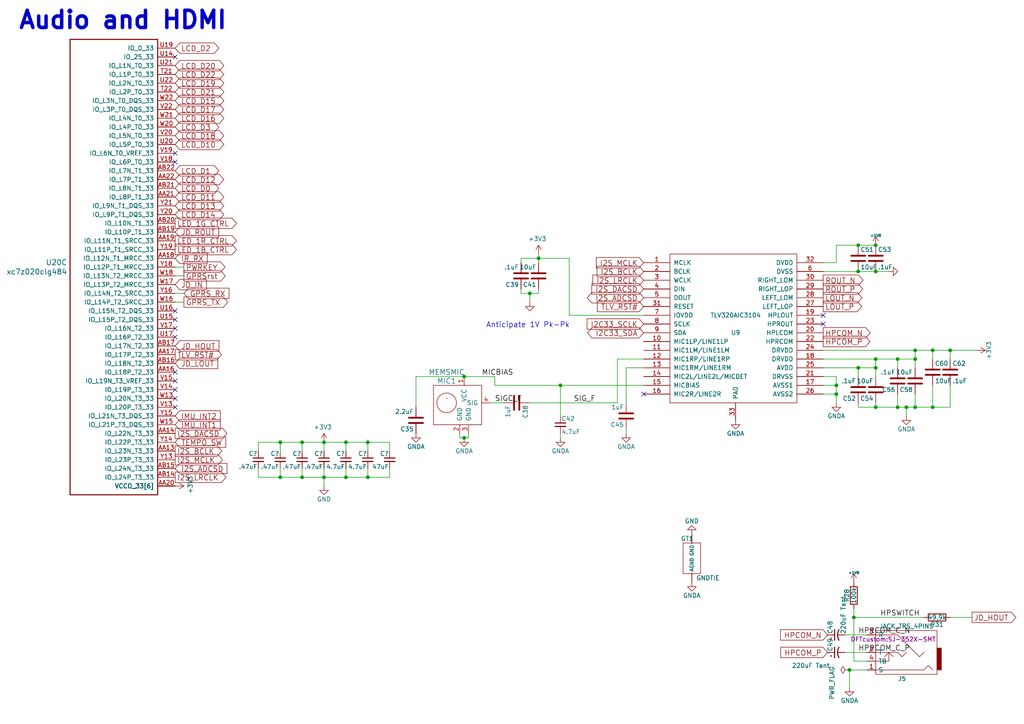
<source format=kicad_sch>
(kicad_sch (version 20230121) (generator eeschema)
  (paper "A4")
  (junction (at 265.43 104.14))
  (junction (at 93.98 138.43))
  (junction (at 134.62 109.22))
  (junction (at 248.92 71.12))
  (junction (at 106.68 128.27))
  (junction (at 248.92 106.68))
  (junction (at 260.35 118.11))
  (junction (at 248.92 78.74))
  (junction (at 254 106.68))
  (junction (at 81.28 138.43))
  (junction (at 265.43 118.11))
  (junction (at 242.57 111.76))
  (junction (at 87.63 128.27))
  (junction (at 106.68 138.43))
  (junction (at 81.28 128.27))
  (junction (at 100.33 128.27))
  (junction (at 254 71.12))
  (junction (at 254 104.14))
  (junction (at 254 78.74))
  (junction (at 87.63 138.43))
  (junction (at 262.89 118.11))
  (junction (at 247.65 179.07))
  (junction (at 270.51 101.6))
  (junction (at 275.59 101.6))
  (junction (at 265.43 101.6))
  (junction (at 260.35 104.14))
  (junction (at 270.51 118.11))
  (junction (at 134.62 127))
  (junction (at 246.38 194.31))
  (junction (at 93.98 128.27))
  (junction (at 242.57 114.3))
  (junction (at 162.56 111.76))
  (junction (at 156.21 74.93))
  (junction (at 254 118.11))
  (junction (at 153.67 85.09))
  (junction (at 100.33 138.43))
  (no_connect (at 50.8 92.71))
  (no_connect (at 50.8 46.99))
  (no_connect (at 238.76 93.98))
  (no_connect (at 50.8 115.57))
  (no_connect (at 50.8 110.49))
  (no_connect (at 50.8 16.51))
  (no_connect (at 50.8 90.17))
  (no_connect (at 238.76 91.44))
  (no_connect (at 50.8 113.03))
  (no_connect (at 50.8 107.95))
  (no_connect (at 50.8 118.11))
  (no_connect (at 186.69 114.3))
  (no_connect (at 50.8 95.25))
  (no_connect (at 50.8 44.45))
  (no_connect (at 50.8 97.79))
  (wire (pts (xy 134.62 127) (xy 135.89 127)))
  (wire (pts (xy 242.57 71.12) (xy 248.92 71.12)))
  (wire (pts (xy 74.93 128.27) (xy 74.93 130.81)))
  (wire (pts (xy 53.34 77.47) (xy 50.8 77.47)))
  (wire (pts (xy 186.69 91.44) (xy 165.1 91.44)))
  (wire (pts (xy 156.21 73.66) (xy 156.21 74.93)))
  (wire (pts (xy 265.43 118.11) (xy 270.51 118.11)))
  (wire (pts (xy 254 104.14) (xy 260.35 104.14)))
  (wire (pts (xy 265.43 101.6) (xy 270.51 101.6)))
  (wire (pts (xy 179.07 104.14) (xy 179.07 116.84)))
  (wire (pts (xy 275.59 101.6) (xy 283.21 101.6)))
  (wire (pts (xy 275.59 118.11) (xy 275.59 111.76)))
  (wire (pts (xy 162.56 111.76) (xy 162.56 120.65)))
  (wire (pts (xy 265.43 101.6) (xy 265.43 104.14)))
  (wire (pts (xy 254 118.11) (xy 260.35 118.11)))
  (wire (pts (xy 81.28 135.89) (xy 81.28 138.43)))
  (wire (pts (xy 113.03 138.43) (xy 106.68 138.43)))
  (wire (pts (xy 93.98 128.27) (xy 87.63 128.27)))
  (wire (pts (xy 100.33 138.43) (xy 93.98 138.43)))
  (wire (pts (xy 265.43 104.14) (xy 265.43 106.68)))
  (wire (pts (xy 270.51 111.76) (xy 270.51 118.11)))
  (wire (pts (xy 181.61 124.46) (xy 181.61 125.73)))
  (wire (pts (xy 106.68 138.43) (xy 100.33 138.43)))
  (wire (pts (xy 260.35 114.3) (xy 260.35 118.11)))
  (wire (pts (xy 238.76 106.68) (xy 248.92 106.68)))
  (wire (pts (xy 81.28 130.81) (xy 81.28 128.27)))
  (wire (pts (xy 143.51 111.76) (xy 143.51 109.22)))
  (wire (pts (xy 260.35 104.14) (xy 260.35 106.68)))
  (wire (pts (xy 238.76 78.74) (xy 248.92 78.74)))
  (wire (pts (xy 162.56 111.76) (xy 186.69 111.76)))
  (wire (pts (xy 93.98 128.27) (xy 93.98 130.81)))
  (wire (pts (xy 248.92 106.68) (xy 248.92 109.22)))
  (wire (pts (xy 87.63 138.43) (xy 81.28 138.43)))
  (wire (pts (xy 270.51 101.6) (xy 270.51 104.14)))
  (wire (pts (xy 134.62 109.22) (xy 120.65 109.22)))
  (wire (pts (xy 246.38 194.31) (xy 246.38 199.39)))
  (wire (pts (xy 179.07 104.14) (xy 186.69 104.14)))
  (wire (pts (xy 246.38 194.31) (xy 251.46 194.31)))
  (wire (pts (xy 270.51 101.6) (xy 275.59 101.6)))
  (wire (pts (xy 156.21 74.93) (xy 165.1 74.93)))
  (wire (pts (xy 247.65 191.77) (xy 251.46 191.77)))
  (wire (pts (xy 162.56 125.73) (xy 162.56 127)))
  (wire (pts (xy 133.35 125.73) (xy 133.35 127)))
  (wire (pts (xy 100.33 128.27) (xy 93.98 128.27)))
  (wire (pts (xy 260.35 104.14) (xy 265.43 104.14)))
  (wire (pts (xy 53.34 80.01) (xy 50.8 80.01)))
  (wire (pts (xy 262.89 118.11) (xy 265.43 118.11)))
  (wire (pts (xy 142.24 116.84) (xy 146.05 116.84)))
  (wire (pts (xy 87.63 128.27) (xy 81.28 128.27)))
  (wire (pts (xy 93.98 138.43) (xy 87.63 138.43)))
  (wire (pts (xy 254 118.11) (xy 254 116.84)))
  (wire (pts (xy 113.03 128.27) (xy 106.68 128.27)))
  (wire (pts (xy 186.69 106.68) (xy 181.61 106.68)))
  (wire (pts (xy 248.92 78.74) (xy 254 78.74)))
  (wire (pts (xy 254 78.74) (xy 257.81 78.74)))
  (wire (pts (xy 151.13 85.09) (xy 153.67 85.09)))
  (wire (pts (xy 106.68 128.27) (xy 106.68 130.81)))
  (wire (pts (xy 143.51 109.22) (xy 134.62 109.22)))
  (wire (pts (xy 156.21 85.09) (xy 156.21 83.82)))
  (wire (pts (xy 245.11 184.15) (xy 251.46 184.15)))
  (wire (pts (xy 238.76 76.2) (xy 242.57 76.2)))
  (wire (pts (xy 242.57 76.2) (xy 242.57 71.12)))
  (wire (pts (xy 100.33 135.89) (xy 100.33 138.43)))
  (wire (pts (xy 151.13 83.82) (xy 151.13 85.09)))
  (wire (pts (xy 247.65 179.07) (xy 247.65 191.77)))
  (wire (pts (xy 238.76 111.76) (xy 242.57 111.76)))
  (wire (pts (xy 74.93 138.43) (xy 74.93 135.89)))
  (wire (pts (xy 133.35 127) (xy 134.62 127)))
  (wire (pts (xy 247.65 176.53) (xy 247.65 179.07)))
  (wire (pts (xy 248.92 106.68) (xy 254 106.68)))
  (wire (pts (xy 151.13 76.2) (xy 151.13 74.93)))
  (wire (pts (xy 113.03 130.81) (xy 113.03 128.27)))
  (wire (pts (xy 248.92 118.11) (xy 254 118.11)))
  (wire (pts (xy 260.35 118.11) (xy 262.89 118.11)))
  (wire (pts (xy 254 106.68) (xy 254 109.22)))
  (wire (pts (xy 165.1 91.44) (xy 165.1 74.93)))
  (wire (pts (xy 53.34 87.63) (xy 50.8 87.63)))
  (wire (pts (xy 238.76 101.6) (xy 265.43 101.6)))
  (wire (pts (xy 242.57 111.76) (xy 242.57 114.3)))
  (wire (pts (xy 265.43 114.3) (xy 265.43 118.11)))
  (wire (pts (xy 113.03 138.43) (xy 113.03 135.89)))
  (wire (pts (xy 81.28 128.27) (xy 74.93 128.27)))
  (wire (pts (xy 270.51 118.11) (xy 275.59 118.11)))
  (wire (pts (xy 242.57 114.3) (xy 242.57 116.84)))
  (wire (pts (xy 81.28 138.43) (xy 74.93 138.43)))
  (wire (pts (xy 93.98 138.43) (xy 93.98 140.97)))
  (wire (pts (xy 106.68 135.89) (xy 106.68 138.43)))
  (wire (pts (xy 87.63 135.89) (xy 87.63 138.43)))
  (wire (pts (xy 275.59 179.07) (xy 281.94 179.07)))
  (wire (pts (xy 247.65 179.07) (xy 267.97 179.07)))
  (wire (pts (xy 179.07 116.84) (xy 153.67 116.84)))
  (wire (pts (xy 238.76 109.22) (xy 242.57 109.22)))
  (wire (pts (xy 93.98 135.89) (xy 93.98 138.43)))
  (wire (pts (xy 242.57 109.22) (xy 242.57 111.76)))
  (wire (pts (xy 238.76 114.3) (xy 242.57 114.3)))
  (wire (pts (xy 135.89 127) (xy 135.89 125.73)))
  (wire (pts (xy 153.67 85.09) (xy 156.21 85.09)))
  (wire (pts (xy 238.76 104.14) (xy 254 104.14)))
  (wire (pts (xy 87.63 128.27) (xy 87.63 130.81)))
  (wire (pts (xy 254 104.14) (xy 254 106.68)))
  (wire (pts (xy 153.67 87.63) (xy 153.67 85.09)))
  (wire (pts (xy 181.61 106.68) (xy 181.61 116.84)))
  (wire (pts (xy 248.92 118.11) (xy 248.92 116.84)))
  (wire (pts (xy 262.89 118.11) (xy 262.89 120.65)))
  (wire (pts (xy 143.51 111.76) (xy 162.56 111.76)))
  (wire (pts (xy 100.33 128.27) (xy 100.33 130.81)))
  (wire (pts (xy 275.59 101.6) (xy 275.59 104.14)))
  (wire (pts (xy 106.68 128.27) (xy 100.33 128.27)))
  (wire (pts (xy 156.21 74.93) (xy 156.21 76.2)))
  (wire (pts (xy 248.92 71.12) (xy 254 71.12)))
  (wire (pts (xy 120.65 109.22) (xy 120.65 118.11)))
  (wire (pts (xy 151.13 74.93) (xy 156.21 74.93)))
  (wire (pts (xy 251.46 189.23) (xy 245.11 189.23)))
  (wire (pts (xy 53.34 85.09) (xy 50.8 85.09)))
  (text "Anticipate 1V Pk-Pk" (at 140.97 95.25 0) (effects (font (size 1.5494 1.5494)) (justify left bottom)))
  (text "Audio and HDMI" (at 5.08 8.89 0) (effects (font (size 5.0038 5.0038) (thickness 1.0008) bold) (justify left bottom)))
  (label "HPSWITCH" (at 255.27 179.07 0) (effects (font (size 1.524 1.524))))
  (label "HPRCOM_C_P" (at 248.92 189.23 0) (effects (font (size 1.524 1.524))))
  (label "MICBIAS" (at 139.7 109.22 0) (effects (font (size 1.524 1.524))))
  (label "SIG_F" (at 166.37 116.84 0) (effects (font (size 1.524 1.524))))
  (label "SIGC_F" (at 143.51 116.84 0) (effects (font (size 1.524 1.524))))
  (label "HPRCOM_C_N" (at 248.92 184.15 0) (effects (font (size 1.524 1.524))))
  (global_label "JD_LOUT" (shape input) (at 50.8 105.41 0) (effects (font (size 1.524 1.524))) (property "Intersheetrefs" "${INTERSHEET_REFS}" (effects hide)))
  (global_label "TLV_RST#" (shape output) (at 50.8 102.87 0) (effects (font (size 1.524 1.524))) (property "Intersheetrefs" "${INTERSHEET_REFS}" (effects hide)))
  (global_label "LOUT_N" (shape output) (at 238.76 86.36 0) (effects (font (size 1.524 1.524))) (property "Intersheetrefs" "${INTERSHEET_REFS}" (effects hide)))
  (global_label "LOUT_P" (shape output) (at 238.76 88.9 0) (effects (font (size 1.524 1.524))) (property "Intersheetrefs" "${INTERSHEET_REFS}" (effects hide)))
  (global_label "LCD_D0" (shape bidirectional) (at 50.8 54.61 0) (effects (font (size 1.524 1.524))) (property "Intersheetrefs" "${INTERSHEET_REFS}" (effects hide)))
  (global_label "I2S_ADCSD" (shape bidirectional) (at 186.69 86.36 180) (effects (font (size 1.524 1.524))) (property "Intersheetrefs" "${INTERSHEET_REFS}" (effects hide)))
  (global_label "TEMPO_SW" (shape input) (at 50.8 128.27 0) (effects (font (size 1.524 1.524))) (property "Intersheetrefs" "${INTERSHEET_REFS}" (effects hide)))
  (global_label "LCD_D2" (shape bidirectional) (at 50.8 13.97 0) (effects (font (size 1.524 1.524))) (property "Intersheetrefs" "${INTERSHEET_REFS}" (effects hide)))
  (global_label "I2S_LRCLK" (shape output) (at 50.8 138.43 0) (effects (font (size 1.524 1.524))) (property "Intersheetrefs" "${INTERSHEET_REFS}" (effects hide)))
  (global_label "LCD_D13" (shape bidirectional) (at 50.8 59.69 0) (effects (font (size 1.524 1.524))) (property "Intersheetrefs" "${INTERSHEET_REFS}" (effects hide)))
  (global_label "ROUT_P" (shape output) (at 238.76 83.82 0) (effects (font (size 1.524 1.524))) (property "Intersheetrefs" "${INTERSHEET_REFS}" (effects hide)))
  (global_label "JD_HOUT" (shape output) (at 281.94 179.07 0) (effects (font (size 1.524 1.524))) (property "Intersheetrefs" "${INTERSHEET_REFS}" (effects hide)))
  (global_label "LCD_D12" (shape bidirectional) (at 50.8 52.07 0) (effects (font (size 1.524 1.524))) (property "Intersheetrefs" "${INTERSHEET_REFS}" (effects hide)))
  (global_label "LCD_D17" (shape bidirectional) (at 50.8 31.75 0) (effects (font (size 1.524 1.524))) (property "Intersheetrefs" "${INTERSHEET_REFS}" (effects hide)))
  (global_label "ROUT_N" (shape output) (at 238.76 81.28 0) (effects (font (size 1.524 1.524))) (property "Intersheetrefs" "${INTERSHEET_REFS}" (effects hide)))
  (global_label "LCD_D18" (shape bidirectional) (at 50.8 39.37 0) (effects (font (size 1.524 1.524))) (property "Intersheetrefs" "${INTERSHEET_REFS}" (effects hide)))
  (global_label "LCD_D22" (shape bidirectional) (at 50.8 21.59 0) (effects (font (size 1.524 1.524))) (property "Intersheetrefs" "${INTERSHEET_REFS}" (effects hide)))
  (global_label "LCD_D15" (shape bidirectional) (at 50.8 29.21 0) (effects (font (size 1.524 1.524))) (property "Intersheetrefs" "${INTERSHEET_REFS}" (effects hide)))
  (global_label "LCD_D10" (shape bidirectional) (at 50.8 41.91 0) (effects (font (size 1.524 1.524))) (property "Intersheetrefs" "${INTERSHEET_REFS}" (effects hide)))
  (global_label "I2S_MCLK" (shape input) (at 186.69 76.2 180) (effects (font (size 1.524 1.524))) (property "Intersheetrefs" "${INTERSHEET_REFS}" (effects hide)))
  (global_label "IMU_INT1" (shape input) (at 50.8 123.19 0) (effects (font (size 1.524 1.524))) (property "Intersheetrefs" "${INTERSHEET_REFS}" (effects hide)))
  (global_label "LCD_D3" (shape bidirectional) (at 50.8 36.83 0) (effects (font (size 1.524 1.524))) (property "Intersheetrefs" "${INTERSHEET_REFS}" (effects hide)))
  (global_label "LED_1R_CTRL" (shape output) (at 50.8 69.85 0) (effects (font (size 1.524 1.524))) (property "Intersheetrefs" "${INTERSHEET_REFS}" (effects hide)))
  (global_label "PWRKEY" (shape output) (at 53.34 77.47 0) (effects (font (size 1.524 1.524))) (property "Intersheetrefs" "${INTERSHEET_REFS}" (effects hide)))
  (global_label "IMU_INT2" (shape input) (at 50.8 120.65 0) (effects (font (size 1.524 1.524))) (property "Intersheetrefs" "${INTERSHEET_REFS}" (effects hide)))
  (global_label "LCD_D11" (shape bidirectional) (at 50.8 57.15 0) (effects (font (size 1.524 1.524))) (property "Intersheetrefs" "${INTERSHEET_REFS}" (effects hide)))
  (global_label "JD_ROUT" (shape input) (at 50.8 67.31 0) (effects (font (size 1.524 1.524))) (property "Intersheetrefs" "${INTERSHEET_REFS}" (effects hide)))
  (global_label "LCD_D14" (shape bidirectional) (at 50.8 62.23 0) (effects (font (size 1.524 1.524))) (property "Intersheetrefs" "${INTERSHEET_REFS}" (effects hide)))
  (global_label "IR_RX" (shape input) (at 50.8 74.93 0) (effects (font (size 1.524 1.524))) (property "Intersheetrefs" "${INTERSHEET_REFS}" (effects hide)))
  (global_label "HPCOM_P" (shape output) (at 238.76 99.06 0) (effects (font (size 1.524 1.524))) (property "Intersheetrefs" "${INTERSHEET_REFS}" (effects hide)))
  (global_label "GPRS_TX" (shape output) (at 53.34 87.63 0) (effects (font (size 1.524 1.524))) (property "Intersheetrefs" "${INTERSHEET_REFS}" (effects hide)))
  (global_label "LCD_D21" (shape bidirectional) (at 50.8 26.67 0) (effects (font (size 1.524 1.524))) (property "Intersheetrefs" "${INTERSHEET_REFS}" (effects hide)))
  (global_label "LED_1G_CTRL" (shape output) (at 50.8 64.77 0) (effects (font (size 1.524 1.524))) (property "Intersheetrefs" "${INTERSHEET_REFS}" (effects hide)))
  (global_label "JD_HOUT" (shape input) (at 50.8 100.33 0) (effects (font (size 1.524 1.524))) (property "Intersheetrefs" "${INTERSHEET_REFS}" (effects hide)))
  (global_label "I2C33_SCLK" (shape input) (at 186.69 93.98 180) (effects (font (size 1.524 1.524))) (property "Intersheetrefs" "${INTERSHEET_REFS}" (effects hide)))
  (global_label "I2S_ADCSD" (shape input) (at 50.8 135.89 0) (effects (font (size 1.524 1.524))) (property "Intersheetrefs" "${INTERSHEET_REFS}" (effects hide)))
  (global_label "HPCOM_N" (shape input) (at 240.03 184.15 180) (effects (font (size 1.524 1.524))) (property "Intersheetrefs" "${INTERSHEET_REFS}" (effects hide)))
  (global_label "TLV_RST#" (shape input) (at 186.69 88.9 180) (effects (font (size 1.524 1.524))) (property "Intersheetrefs" "${INTERSHEET_REFS}" (effects hide)))
  (global_label "HPCOM_N" (shape output) (at 238.76 96.52 0) (effects (font (size 1.524 1.524))) (property "Intersheetrefs" "${INTERSHEET_REFS}" (effects hide)))
  (global_label "GPRS_RX" (shape input) (at 53.34 85.09 0) (effects (font (size 1.524 1.524))) (property "Intersheetrefs" "${INTERSHEET_REFS}" (effects hide)))
  (global_label "I2S_BCLK" (shape output) (at 50.8 130.81 0) (effects (font (size 1.524 1.524))) (property "Intersheetrefs" "${INTERSHEET_REFS}" (effects hide)))
  (global_label "I2S_MCLK" (shape output) (at 50.8 133.35 0) (effects (font (size 1.524 1.524))) (property "Intersheetrefs" "${INTERSHEET_REFS}" (effects hide)))
  (global_label "LED_1B_CTRL" (shape output) (at 50.8 72.39 0) (effects (font (size 1.524 1.524))) (property "Intersheetrefs" "${INTERSHEET_REFS}" (effects hide)))
  (global_label "GPRSrst" (shape output) (at 53.34 80.01 0) (effects (font (size 1.524 1.524))) (property "Intersheetrefs" "${INTERSHEET_REFS}" (effects hide)))
  (global_label "I2C33_SDA" (shape bidirectional) (at 186.69 96.52 180) (effects (font (size 1.524 1.524))) (property "Intersheetrefs" "${INTERSHEET_REFS}" (effects hide)))
  (global_label "HPCOM_P" (shape input) (at 240.03 189.23 180) (effects (font (size 1.524 1.524))) (property "Intersheetrefs" "${INTERSHEET_REFS}" (effects hide)))
  (global_label "JD_IN" (shape input) (at 50.8 82.55 0) (effects (font (size 1.524 1.524))) (property "Intersheetrefs" "${INTERSHEET_REFS}" (effects hide)))
  (global_label "I2S_DACSD" (shape output) (at 50.8 125.73 0) (effects (font (size 1.524 1.524))) (property "Intersheetrefs" "${INTERSHEET_REFS}" (effects hide)))
  (global_label "LCD_D19" (shape bidirectional) (at 50.8 24.13 0) (effects (font (size 1.524 1.524))) (property "Intersheetrefs" "${INTERSHEET_REFS}" (effects hide)))
  (global_label "LCD_D16" (shape bidirectional) (at 50.8 34.29 0) (effects (font (size 1.524 1.524))) (property "Intersheetrefs" "${INTERSHEET_REFS}" (effects hide)))
  (global_label "I2S_DACSD" (shape input) (at 186.69 83.82 180) (effects (font (size 1.524 1.524))) (property "Intersheetrefs" "${INTERSHEET_REFS}" (effects hide)))
  (global_label "LCD_D20" (shape bidirectional) (at 50.8 19.05 0) (effects (font (size 1.524 1.524))) (property "Intersheetrefs" "${INTERSHEET_REFS}" (effects hide)))
  (global_label "I2S_BCLK" (shape input) (at 186.69 78.74 180) (effects (font (size 1.524 1.524))) (property "Intersheetrefs" "${INTERSHEET_REFS}" (effects hide)))
  (global_label "LCD_D1" (shape bidirectional) (at 50.8 49.53 0) (effects (font (size 1.524 1.524))) (property "Intersheetrefs" "${INTERSHEET_REFS}" (effects hide)))
  (global_label "I2S_LRCLK" (shape input) (at 186.69 81.28 180) (effects (font (size 1.524 1.524))) (property "Intersheetrefs" "${INTERSHEET_REFS}" (effects hide)))
  (symbol (lib_id "Device:R") (at 247.65 172.72 180) (unit 1)
    (property "Reference" "R28" (at 245.618 172.72 90))
    (property "Value" "100k" (at 247.65 172.72 90))
    (property "Footprint" "Resistor_SMD:R_0402_1005Metric" (effects hide))
    (property "MFR" "Yageo" (effects hide))
    (property "MPN" "RC0402FR-07100KL" (effects hide))
    (property "SPR" "Digikey" (effects hide))
    (property "SPN" "311-100KLRTR-ND" (effects hide))
  )
  (symbol (lib_id "Device:R") (at 271.78 179.07 270) (unit 1)
    (property "Reference" "R31" (at 271.78 181.102 90))
    (property "Value" "49.9k" (at 271.78 179.07 90))
    (property "Footprint" "Resistor_SMD:R_0402_1005Metric" (effects hide))
    (property "MFR" "Yageo" (effects hide))
    (property "MPN" "RC0402FR-0749K9L" (effects hide))
    (property "SPR" "Digikey" (effects hide))
    (property "SPN" "311-49.9KLRCT-ND" (effects hide))
  )
  (symbol (lib_id "DFTBoard-rescue:MEMSMIC") (at 129.54 115.57 0) (unit 1)
    (property "Reference" "MIC1" (at 129.54 110.49 0) (effects (font (size 1.524 1.524))))
    (property "Value" "MEMSMIC" (at 129.54 107.95 0) (effects (font (size 1.524 1.524))))
    (property "Footprint" "SPW2430HR5H-B:MIC_SPW2430HR5H-B" (effects hide))
    (property "MFR" "Knowles" (effects hide))
    (property "MPN" "SPW2430HR5H-B" (effects hide))
    (property "SPR" "Digikey" (effects hide))
    (property "SPN" "423-1394-1-ND" (effects hide))
  )
  (symbol (lib_id "power:GNDA") (at 246.38 199.39 0) (unit 1)
    (property "Reference" "#PWR087" (effects hide))
    (property "Value" "GNDA" (at 246.38 203.2 0))
  )
  (symbol (lib_id "Device:C") (at 151.13 80.01 180) (unit 1)
    (property "Reference" "C39" (at 150.495 82.55 0) (effects (justify left)))
    (property "Value" ".1uF" (at 150.495 77.47 0) (effects (justify left)))
    (property "Footprint" "Capacitor_SMD:C_0402_1005Metric" (effects hide))
    (property "MFR" "Yageo" (effects hide))
    (property "MPN" "CC0402KRX7R6BB104" (effects hide))
    (property "SPR" "Digikey" (effects hide))
    (property "SPN" "311-1345-1-ND" (effects hide))
  )
  (symbol (lib_id "Device:C") (at 156.21 80.01 180) (unit 1)
    (property "Reference" "C41" (at 155.575 82.55 0) (effects (justify left)))
    (property "Value" "10uF" (at 155.575 77.47 0) (effects (justify left)))
    (property "Footprint" "Capacitor_SMD:C_0603_1608Metric" (effects hide))
    (property "MFR" "Murata" (effects hide))
    (property "MPN" "GRM188R61A106KE69J" (effects hide))
    (property "SPR" "Digikey" (effects hide))
    (property "SPN" "490-14372-1-ND" (effects hide))
  )
  (symbol (lib_id "power:GND") (at 153.67 87.63 0) (unit 1)
    (property "Reference" "#PWR071" (effects hide))
    (property "Value" "GND" (effects hide))
  )
  (symbol (lib_id "Device:C") (at 248.92 113.03 180) (unit 1)
    (property "Reference" "C52" (at 248.285 115.57 0) (effects (justify left)))
    (property "Value" ".1uF" (at 248.285 110.49 0) (effects (justify left)))
    (property "Footprint" "Capacitor_SMD:C_0402_1005Metric" (effects hide))
    (property "MFR" "Yageo" (effects hide))
    (property "MPN" "CC0402KRX7R6BB104" (effects hide))
    (property "SPR" "Digikey" (effects hide))
    (property "SPN" "311-1345-1-ND" (effects hide))
  )
  (symbol (lib_id "Device:C") (at 260.35 110.49 180) (unit 1)
    (property "Reference" "C56" (at 259.715 113.03 0) (effects (justify left)))
    (property "Value" ".1uF" (at 259.715 107.95 0) (effects (justify left)))
    (property "Footprint" "Capacitor_SMD:C_0402_1005Metric" (effects hide))
    (property "MFR" "Yageo" (effects hide))
    (property "MPN" "CC0402KRX7R6BB104" (effects hide))
    (property "SPR" "Digikey" (effects hide))
    (property "SPN" "311-1345-1-ND" (effects hide))
  )
  (symbol (lib_id "power:GNDA") (at 242.57 116.84 0) (unit 1)
    (property "Reference" "#PWR086" (effects hide))
    (property "Value" "GNDA" (at 242.57 120.65 0))
  )
  (symbol (lib_id "Device:C") (at 254 113.03 180) (unit 1)
    (property "Reference" "C54" (at 253.365 115.57 0) (effects (justify left)))
    (property "Value" "10uF" (at 253.365 110.49 0) (effects (justify left)))
    (property "Footprint" "Capacitor_SMD:C_0603_1608Metric" (effects hide))
    (property "MFR" "Murata" (effects hide))
    (property "MPN" "GRM188R61A106KE69J" (effects hide))
    (property "SPR" "Digikey" (effects hide))
    (property "SPN" "490-14372-1-ND" (effects hide))
  )
  (symbol (lib_id "Device:C") (at 265.43 110.49 180) (unit 1)
    (property "Reference" "C58" (at 264.795 113.03 0) (effects (justify left)))
    (property "Value" "10uF" (at 264.795 107.95 0) (effects (justify left)))
    (property "Footprint" "Capacitor_SMD:C_0603_1608Metric" (effects hide))
    (property "MFR" "Murata" (effects hide))
    (property "MPN" "GRM188R61A106KE69J" (effects hide))
    (property "SPR" "Digikey" (effects hide))
    (property "SPN" "490-14372-1-ND" (effects hide))
  )
  (symbol (lib_id "Device:C") (at 254 74.93 0) (unit 1)
    (property "Reference" "C53" (at 254.635 72.39 0) (effects (justify left)))
    (property "Value" ".1uF" (at 254.635 77.47 0) (effects (justify left)))
    (property "Footprint" "Capacitor_SMD:C_0402_1005Metric" (effects hide))
    (property "MFR" "Yageo" (effects hide))
    (property "MPN" "CC0402KRX7R6BB104" (effects hide))
    (property "SPR" "Digikey" (effects hide))
    (property "SPN" "311-1345-1-ND" (effects hide))
  )
  (symbol (lib_id "Device:C") (at 248.92 74.93 0) (unit 1)
    (property "Reference" "C51" (at 249.555 72.39 0) (effects (justify left)))
    (property "Value" "10uF" (at 249.555 77.47 0) (effects (justify left)))
    (property "Footprint" "Capacitor_SMD:C_0603_1608Metric" (effects hide))
    (property "MFR" "Murata" (effects hide))
    (property "MPN" "GRM188R61A106KE69J" (effects hide))
    (property "SPR" "Digikey" (effects hide))
    (property "SPN" "490-14372-1-ND" (effects hide))
  )
  (symbol (lib_id "power:GND") (at 257.81 78.74 90) (unit 1)
    (property "Reference" "#PWR095" (effects hide))
    (property "Value" "GND" (effects hide))
  )
  (symbol (lib_id "power:GNDA") (at 134.62 127 0) (unit 1)
    (property "Reference" "#PWR069" (effects hide))
    (property "Value" "GNDA" (at 134.62 130.81 0))
  )
  (symbol (lib_id "power:GNDA") (at 262.89 120.65 0) (unit 1)
    (property "Reference" "#PWR096" (effects hide))
    (property "Value" "GNDA" (at 262.89 124.46 0))
  )
  (symbol (lib_id "Device:C") (at 275.59 107.95 0) (unit 1)
    (property "Reference" "C62" (at 276.225 105.41 0) (effects (justify left)))
    (property "Value" ".1uF" (at 276.225 110.49 0) (effects (justify left)))
    (property "Footprint" "Capacitor_SMD:C_0402_1005Metric" (effects hide))
    (property "MFR" "Yageo" (effects hide))
    (property "MPN" "CC0402KRX7R6BB104" (effects hide))
    (property "SPR" "Digikey" (effects hide))
    (property "SPN" "311-1345-1-ND" (effects hide))
  )
  (symbol (lib_id "Device:C") (at 270.51 107.95 0) (unit 1)
    (property "Reference" "C60" (at 271.145 105.41 0) (effects (justify left)))
    (property "Value" "10uF" (at 271.145 110.49 0) (effects (justify left)))
    (property "Footprint" "Capacitor_SMD:C_0603_1608Metric" (effects hide))
    (property "MFR" "Murata" (effects hide))
    (property "MPN" "GRM188R61A106KE69J" (effects hide))
    (property "SPR" "Digikey" (effects hide))
    (property "SPN" "490-14372-1-ND" (effects hide))
  )
  (symbol (lib_id "Device:C") (at 120.65 121.92 180) (unit 1)
    (property "Reference" "C35" (at 120.015 124.46 0) (effects (justify left)))
    (property "Value" "2.2uF" (at 120.015 119.38 0) (effects (justify left)))
    (property "Footprint" "Capacitor_SMD:C_0402_1005Metric" (effects hide))
    (property "MFR" "Murata" (effects hide))
    (property "MPN" "GRM155R61A225KE95D" (effects hide))
    (property "SPR" "Digikey" (effects hide))
    (property "SPN" "490-10451-1-ND" (effects hide))
  )
  (symbol (lib_id "DFTBoard-rescue:CP1_Small-Device") (at 242.57 184.15 90) (unit 1)
    (property "Reference" "C48" (at 240.792 183.896 0) (effects (justify left)))
    (property "Value" "220uF Tant." (at 244.602 183.896 0) (effects (justify left)))
    (property "Footprint" "Capacitor_Tantalum_SMD:CP_EIA-3528-12_Kemet-T" (effects hide))
    (property "MFR" "AVX Corporation" (effects hide))
    (property "MPN" "F930G227KBA" (effects hide))
    (property "SPR" "Digikey" (effects hide))
    (property "SPN" "478-8139-1-ND" (effects hide))
  )
  (symbol (lib_id "DFTBoard-rescue:CP1_Small-Device") (at 242.57 189.23 90) (unit 1)
    (property "Reference" "C49" (at 240.792 188.976 0) (effects (justify left)))
    (property "Value" "220uF Tant." (at 241.3 193.04 90) (effects (justify left)))
    (property "Footprint" "Capacitor_Tantalum_SMD:CP_EIA-3528-12_Kemet-T" (effects hide))
    (property "MFR" "AVX Corporation" (effects hide))
    (property "MPN" "F930G227KBA" (effects hide))
    (property "SPR" "Digikey" (effects hide))
    (property "SPN" "478-8139-1-ND" (effects hide))
  )
  (symbol (lib_id "DFTBoard-rescue:TLV320AIC3104") (at 213.36 93.98 0) (unit 1)
    (property "Reference" "U9" (at 213.36 96.52 0))
    (property "Value" "TLV320AIC3104" (at 213.36 91.44 0))
    (property "Footprint" "Package_DFN_QFN:QFN-32-1EP_5x5mm_P0.5mm_EP3.65x3.65mm" (effects hide))
    (property "MFR" "Texas Instruments" (effects hide))
    (property "MPN" "TLV320AIC3104IRHBR" (effects hide))
    (property "SPR" "Digikey" (effects hide))
    (property "SPN" "296-26818-1-ND" (effects hide))
  )
  (symbol (lib_id "power:+1V8") (at 254 71.12 0) (unit 1)
    (property "Reference" "#PWR093" (effects hide))
    (property "Value" "+1.8V" (at 254 68.326 0) (effects (font (size 0.762 0.762))))
  )
  (symbol (lib_id "power:+3V3") (at 283.21 101.6 270) (unit 1)
    (property "Reference" "#PWR0100" (effects hide))
    (property "Value" "+3.3V" (at 286.766 101.6 0))
  )
  (symbol (lib_id "DFTBoard-rescue:PWR_FLAG") (at 246.38 194.31 90) (unit 1)
    (property "Reference" "#FLG03" (effects hide))
    (property "Value" "PWR_FLAG" (at 241.3 198.12 0))
  )
  (symbol (lib_id "DFTBoard-rescue:JACK_TRS_4PINS") (at 261.62 189.23 180) (unit 1)
    (property "Reference" "J5" (at 261.62 196.85 0))
    (property "Value" "JACK_TRS_4PINS" (at 262.89 181.61 0))
    (property "Footprint" "DFTcustom:SJ-352X-SMT" (at 259.08 185.42 0))
    (property "MFR" "CUI Inc." (effects hide))
    (property "MPN" "SJ-3524-SMT-TR" (effects hide))
    (property "SPR" "Digikey" (effects hide))
    (property "SPN" "CP-3524SJCT-ND" (effects hide))
  )
  (symbol (lib_id "Device:C") (at 149.86 116.84 270) (unit 1)
    (property "Reference" "C38" (at 152.4 117.475 0) (effects (justify left)))
    (property "Value" "1uF" (at 147.32 117.475 0) (effects (justify left)))
    (property "Footprint" "Capacitor_SMD:C_0402_1005Metric" (effects hide))
    (property "MFR" "Yageo" (effects hide))
    (property "MPN" "CC0402KRX5R6BB105" (effects hide))
    (property "SPR" "Digikey" (effects hide))
    (property "SPN" "311-1439-1-ND" (effects hide))
  )
  (symbol (lib_id "Device:C_Small") (at 162.56 123.19 0) (unit 1)
    (property "Reference" "C42" (at 162.814 121.412 0) (effects (justify left)))
    (property "Value" "4.7uF" (at 162.814 125.222 0) (effects (justify left)))
    (property "Footprint" "Capacitor_SMD:C_0402_1005Metric" (effects hide))
    (property "MFR" "Murata" (effects hide))
    (property "MPN" "GRM155R60G475ME47D" (effects hide))
    (property "SPR" "Digikey" (effects hide))
    (property "SPN" "490-11980-1-ND" (effects hide))
  )
  (symbol (lib_id "power:GNDA") (at 162.56 127 0) (unit 1)
    (property "Reference" "#PWR073" (effects hide))
    (property "Value" "GNDA" (at 162.56 130.81 0))
  )
  (symbol (lib_id "Device:C") (at 181.61 120.65 180) (unit 1)
    (property "Reference" "C45" (at 180.975 123.19 0) (effects (justify left)))
    (property "Value" "1uF" (at 180.975 118.11 0) (effects (justify left)))
    (property "Footprint" "Capacitor_SMD:C_0402_1005Metric" (effects hide))
    (property "MFR" "Yageo" (effects hide))
    (property "MPN" "CC0402KRX5R6BB105" (effects hide))
    (property "SPR" "Digikey" (effects hide))
    (property "SPN" "311-1439-1-ND" (effects hide))
  )
  (symbol (lib_id "power:GNDA") (at 181.61 125.73 0) (unit 1)
    (property "Reference" "#PWR078" (effects hide))
    (property "Value" "GNDA" (at 181.61 129.54 0))
  )
  (symbol (lib_id "power:+1V8") (at 247.65 168.91 0) (unit 1)
    (property "Reference" "#PWR090" (effects hide))
    (property "Value" "+1.8V" (at 247.65 166.116 0) (effects (font (size 0.762 0.762))))
  )
  (symbol (lib_id "power:GND") (at 200.66 154.94 180) (unit 1)
    (property "Reference" "#PWR081" (effects hide))
    (property "Value" "GND" (at 200.66 151.13 0))
    (instances (project "DFTBoard" (path "" (reference "#PWR081") (unit 1)) (path "" (reference "#PWR?") (unit 1))))
  )
  (symbol (lib_id "power:GNDA") (at 200.66 168.91 0) (unit 1)
    (property "Reference" "#PWR082" (effects hide))
    (property "Value" "GNDA" (at 200.66 172.72 0))
    (instances (project "DFTBoard" (path "" (reference "#PWR082") (unit 1)) (path "" (reference "#PWR?") (unit 1))))
  )
  (symbol (lib_id "DFTBoard-rescue:GNDTIE-") (at 196.85 158.75 0) (unit 1)
    (property "Reference" "GT1" (at 197.485 156.21 0) (effects (justify left)))
    (property "Value" "GNDTIE" (at 201.93 167.64 0) (effects (justify left)))
    (property "Footprint" "DFTcustom:gndtie" (effects hide))
    (property "MFR" "DNS" (effects hide))
    (property "MPN" "-" (effects hide))
    (property "SPR" "-" (effects hide))
    (property "SPN" "-" (effects hide))
    (property "SPURL" "-" (effects hide))
    (instances (project "DFTBoard" (path "" (reference "GT1") (unit 1)) (path "" (reference "GT?") (unit 1))))
  )
  (symbol (lib_id "power:GNDA") (at 120.65 125.73 0) (unit 1)
    (property "Reference" "#PWR067" (effects hide))
    (property "Value" "GNDA" (at 120.65 129.54 0))
  )
  (symbol (lib_id "Device:C_Small") (at 113.03 133.35 0) (mirror y) (unit 1)
    (property "Reference" "C?" (at 112.776 131.572 0) (effects (justify left)))
    (property "Value" "47uF" (at 112.776 135.382 0) (effects (justify left)))
    (property "Footprint" "Capacitor_SMD:C_0805_2012Metric" (effects hide))
    (property "MFR" "Murata" (effects hide))
    (property "MPN" "GRM219R60J476ME44D" (effects hide))
    (property "SPR" "Digikey" (effects hide))
    (property "SPN" "490-13249-1-ND" (effects hide))
    (instances (project "DFTBoard" (path "" (reference "C?") (unit 1)) (path "" (reference "C61") (unit 1))))
  )
  (symbol (lib_id "Device:C_Small") (at 106.68 133.35 0) (mirror y) (unit 1)
    (property "Reference" "C?" (at 106.426 131.572 0) (effects (justify left)))
    (property "Value" "4.7uF" (at 106.426 135.382 0) (effects (justify left)))
    (property "Footprint" "Capacitor_SMD:C_0402_1005Metric" (effects hide))
    (property "MFR" "Murata" (effects hide))
    (property "MPN" "GRM155R60G475ME47D" (effects hide))
    (property "SPR" "Digikey" (effects hide))
    (property "SPN" "490-11980-1-ND" (effects hide))
    (instances (project "DFTBoard" (path "" (reference "C?") (unit 1)) (path "" (reference "C59") (unit 1))))
  )
  (symbol (lib_id "Device:C_Small") (at 100.33 133.35 0) (mirror y) (unit 1)
    (property "Reference" "C?" (at 100.076 131.572 0) (effects (justify left)))
    (property "Value" "4.7uF" (at 100.076 135.382 0) (effects (justify left)))
    (property "Footprint" "Capacitor_SMD:C_0402_1005Metric" (effects hide))
    (property "MFR" "Murata" (effects hide))
    (property "MPN" "GRM155R60G475ME47D" (effects hide))
    (property "SPR" "Digikey" (effects hide))
    (property "SPN" "490-11980-1-ND" (effects hide))
    (instances (project "DFTBoard" (path "" (reference "C?") (unit 1)) (path "" (reference "C57") (unit 1))))
  )
  (symbol (lib_id "Device:C_Small") (at 93.98 133.35 0) (mirror y) (unit 1)
    (property "Reference" "C?" (at 93.726 131.572 0) (effects (justify left)))
    (property "Value" ".47uF" (at 93.726 135.382 0) (effects (justify left)))
    (property "Footprint" "Capacitor_SMD:C_0402_1005Metric" (effects hide))
    (property "MFR" "Yageo" (effects hide))
    (property "MPN" "CC0402KRX5R5BB474" (effects hide))
    (property "SPR" "Digikey" (effects hide))
    (property "SPN" "311-1684-1-ND" (effects hide))
    (instances (project "DFTBoard" (path "" (reference "C?") (unit 1)) (path "" (reference "C55") (unit 1))))
  )
  (symbol (lib_id "Device:C_Small") (at 87.63 133.35 0) (mirror y) (unit 1)
    (property "Reference" "C?" (at 87.376 131.572 0) (effects (justify left)))
    (property "Value" ".47uF" (at 87.376 135.382 0) (effects (justify left)))
    (property "Footprint" "Capacitor_SMD:C_0402_1005Metric" (effects hide))
    (property "MFR" "Yageo" (effects hide))
    (property "MPN" "CC0402KRX5R5BB474" (effects hide))
    (property "SPR" "Digikey" (effects hide))
    (property "SPN" "311-1684-1-ND" (effects hide))
    (instances (project "DFTBoard" (path "" (reference "C?") (unit 1)) (path "" (reference "C50") (unit 1))))
  )
  (symbol (lib_id "Device:C_Small") (at 81.28 133.35 0) (mirror y) (unit 1)
    (property "Reference" "C?" (at 81.026 131.572 0) (effects (justify left)))
    (property "Value" ".47uF" (at 81.026 135.382 0) (effects (justify left)))
    (property "Footprint" "Capacitor_SMD:C_0402_1005Metric" (effects hide))
    (property "MFR" "Yageo" (effects hide))
    (property "MPN" "CC0402KRX5R5BB474" (effects hide))
    (property "SPR" "Digikey" (effects hide))
    (property "SPN" "311-1684-1-ND" (effects hide))
    (instances (project "DFTBoard" (path "" (reference "C?") (unit 1)) (path "" (reference "C47") (unit 1))))
  )
  (symbol (lib_id "Device:C_Small") (at 74.93 133.35 0) (mirror y) (unit 1)
    (property "Reference" "C?" (at 74.676 131.572 0) (effects (justify left)))
    (property "Value" ".47uF" (at 74.676 135.382 0) (effects (justify left)))
    (property "Footprint" "Capacitor_SMD:C_0402_1005Metric" (effects hide))
    (property "MFR" "Yageo" (effects hide))
    (property "MPN" "CC0402KRX5R5BB474" (effects hide))
    (property "SPR" "Digikey" (effects hide))
    (property "SPN" "311-1684-1-ND" (effects hide))
    (instances (project "DFTBoard" (path "" (reference "C?") (unit 1)) (path "" (reference "C46") (unit 1))))
  )
  (symbol (lib_id "power:GND") (at 93.98 140.97 0) (mirror y) (unit 1)
    (property "Reference" "#PWR?" (effects hide))
    (property "Value" "GND" (at 93.98 144.78 0))
    (instances (project "DFTBoard" (path "" (reference "#PWR?") (unit 1)) (path "" (reference "#PWR0208") (unit 1))))
  )
  (symbol (lib_id "DFTBoard-rescue:+3.3V-power") (at 93.98 128.27 0) (mirror y) (unit 1)
    (property "Reference" "#PWR0209" (effects hide))
    (property "Value" "+3.3V" (at 93.599 123.8758 0))
    (instances (project "DFTBoard" (path "" (reference "#PWR0209") (unit 1)) (path "" (reference "#PWR?") (unit 1))))
  )
  (symbol (lib_id "xilinx7:xc7z020clg484") (at 50.8 13.97 0) (mirror y) (unit 3)
    (property "Reference" "U20" (at 19.5326 76.1238 0) (effects (font (size 1.524 1.524)) (justify left)))
    (property "Value" "xc7z020clg484" (at 19.5326 78.8162 0) (effects (font (size 1.524 1.524)) (justify left)))
    (property "Footprint" "DFTcustom:BGA-484_19.0x19.0mm_Layout22x22_P0.80mm_dia0.40mm" (effects hide))
    (property "MFR" "Xilinx" (effects hide))
    (property "MPN" "XC7Z020-1CLG484C" (effects hide))
    (property "SPR" "Digikey" (effects hide))
    (property "SPN" "122-1850-ND" (effects hide))
    (property "SPURL" "-" (effects hide))
    (instances (project "DFTBoard" (path "" (reference "U20") (unit 3)) (path "" (reference "U?") (unit 3))))
  )
  (symbol (lib_id "DFTBoard-rescue:+3.3V-power") (at 156.21 73.66 0) (mirror y) (unit 1)
    (property "Reference" "#PWR031" (effects hide))
    (property "Value" "+3.3V" (at 155.829 69.2658 0))
    (instances (project "DFTBoard" (path "" (reference "#PWR031") (unit 1)) (path "" (reference "#PWR?") (unit 1))))
  )
  (symbol (lib_id "DFTBoard-rescue:+3.3V-power") (at 50.8 140.97 270) (mirror x) (unit 1)
    (property "Reference" "#PWR0210" (effects hide))
    (property "Value" "+3.3V" (at 55.1942 140.589 0))
    (instances (project "DFTBoard" (path "" (reference "#PWR0210") (unit 1)) (path "" (reference "#PWR?") (unit 1))))
  )
  (symbol (lib_id "power:GNDA") (at 213.36 121.92 0) (unit 1)
    (property "Reference" "#PWR0355" (effects hide))
    (property "Value" "GNDA" (at 213.36 125.73 0))
  )
)
</source>
